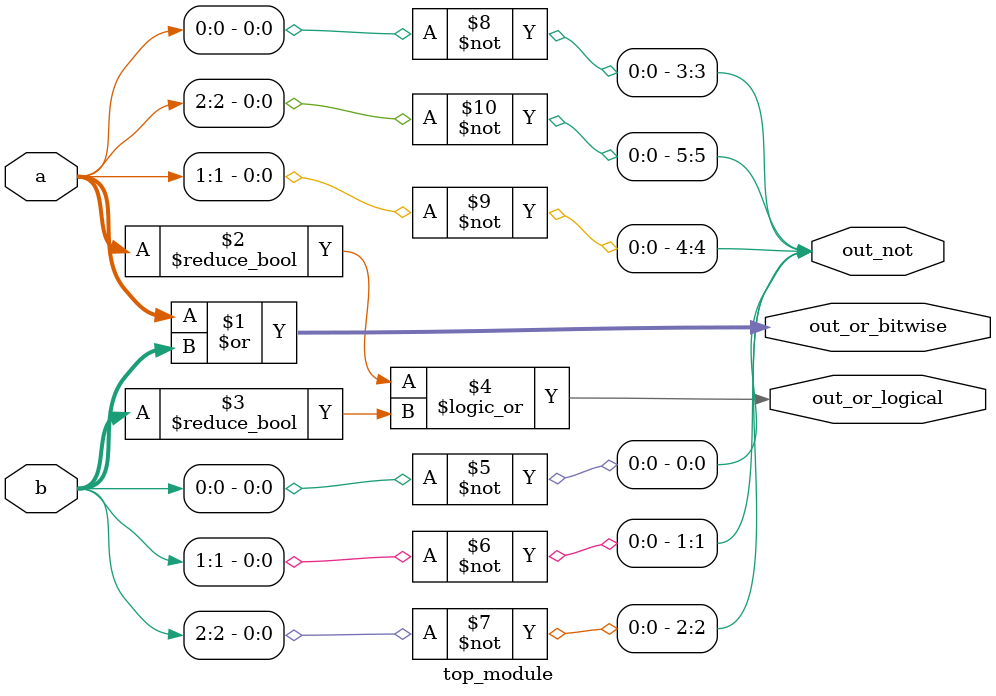
<source format=sv>
module top_module(
    input [2:0] a, 
    input [2:0] b, 
    output [2:0] out_or_bitwise,
    output out_or_logical,
    output [5:0] out_not
);
    
    assign out_or_bitwise = a | b;
    assign out_or_logical = (a != 3'b000) || (b != 3'b000);
    assign out_not = {~a[2], ~a[1], ~a[0], ~b[2], ~b[1], ~b[0]};
    
endmodule

</source>
